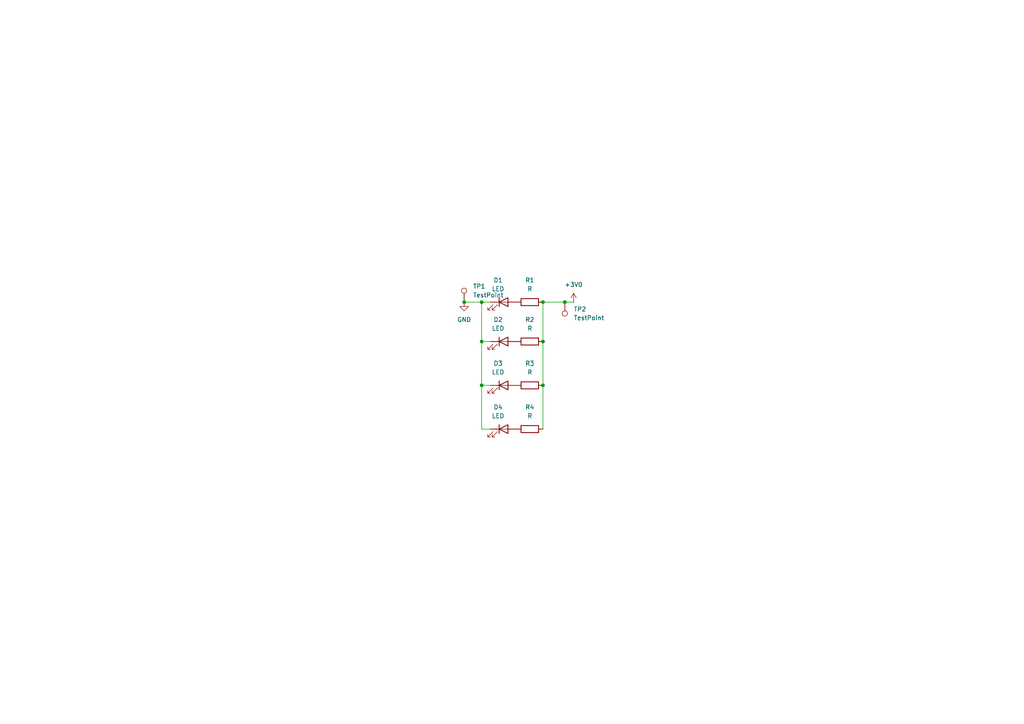
<source format=kicad_sch>
(kicad_sch (version 20231120) (generator "eeschema") (generator_version "8.0")
  (paper "A4")
  (lib_symbols
    (symbol "Connector:TestPoint" (pin_numbers hide) (pin_names (offset 0.762) hide)
      (property "Reference" "TP" (at 0 6.858 0))
      (property "Value" "TestPoint" (at 0 5.08 0))
      (symbol "TestPoint_0_1"
        (circle (center 0 3.302) (radius 0.762))
      )
      (symbol "TestPoint_1_1"
        (pin passive line (at 0 0 90) (length 2.54) (name "1") (number "1"))
      )
    )
    (symbol "Device:LED" (pin_numbers hide) (pin_names (offset 1.016) hide)
      (property "Reference" "D" (at 0 2.54 0))
      (property "Value" "LED" (at 0 -2.54 0))
      (symbol "LED_0_1"
        (polyline (pts (xy -1.27 -1.27) (xy -1.27 1.27)) (stroke (width 0.254)))
        (polyline (pts (xy -1.27 0) (xy 1.27 0)))
        (polyline (pts (xy 1.27 -1.27) (xy 1.27 1.27) (xy -1.27 0) (xy 1.27 -1.27)) (stroke (width 0.254)))
        (polyline (pts (xy -3.048 -0.762) (xy -4.572 -2.286) (xy -3.81 -2.286) (xy -4.572 -2.286) (xy -4.572 -1.524)))
        (polyline (pts (xy -1.778 -0.762) (xy -3.302 -2.286) (xy -2.54 -2.286) (xy -3.302 -2.286) (xy -3.302 -1.524)))
      )
      (symbol "LED_1_1"
        (pin passive line (at -3.81 0 0) (length 2.54) (name "K") (number "1"))
        (pin passive line (at 3.81 0 180) (length 2.54) (name "A") (number "2"))
      )
    )
    (symbol "Device:R" (pin_numbers hide) (pin_names (offset 0))
      (property "Reference" "R" (at 2.032 0 90))
      (property "Value" "R" (at 0 0 90))
      (symbol "R_0_1"
        (rectangle (start -1.016 -2.54) (end 1.016 2.54) (stroke (width 0.254)))
      )
      (symbol "R_1_1"
        (pin passive line (at 0 3.81 270) (length 1.27) (name "~") (number "1"))
        (pin passive line (at 0 -3.81 90) (length 1.27) (name "~") (number "2"))
      )
    )
    (symbol "power:+3V0" (power) (pin_numbers hide) (pin_names (offset 0) hide)
      (property "Value" "+3V0" (at 0 3.556 0))
      (symbol "+3V0_0_1"
        (polyline (pts (xy -0.762 1.27) (xy 0 2.54)))
        (polyline (pts (xy 0 0) (xy 0 2.54)))
        (polyline (pts (xy 0 2.54) (xy 0.762 1.27)))
      )
      (symbol "+3V0_1_1"
        (pin power_in line (at 0 0 90) (length 0) (name "~") (number "1"))
      )
    )
    (symbol "power:GND" (power) (pin_numbers hide) (pin_names (offset 0) hide)
      (property "Value" "GND" (at 0 -3.81 0))
      (symbol "GND_0_1"
        (polyline (pts (xy 0 0) (xy 0 -1.27) (xy 1.27 -1.27) (xy 0 -2.54) (xy -1.27 -1.27) (xy 0 -1.27)))
      )
      (symbol "GND_1_1"
        (pin power_in line (at 0 0 270) (length 0) (name "~") (number "1"))
      )
    )
  )
  (junction (at 139.7 99.06))
  (junction (at 157.48 111.76))
  (junction (at 157.48 87.63))
  (junction (at 139.7 111.76))
  (junction (at 157.48 99.06))
  (junction (at 134.62 87.63))
  (junction (at 163.83 87.63))
  (junction (at 139.7 87.63))
  (wire (pts (xy 157.48 87.63) (xy 163.83 87.63)))
  (wire (pts (xy 139.7 99.06) (xy 139.7 87.63)))
  (wire (pts (xy 142.24 99.06) (xy 139.7 99.06)))
  (wire (pts (xy 139.7 124.46) (xy 139.7 111.76)))
  (wire (pts (xy 142.24 111.76) (xy 139.7 111.76)))
  (wire (pts (xy 134.62 87.63) (xy 139.7 87.63)))
  (wire (pts (xy 142.24 124.46) (xy 139.7 124.46)))
  (wire (pts (xy 157.48 111.76) (xy 157.48 124.46)))
  (wire (pts (xy 139.7 111.76) (xy 139.7 99.06)))
  (wire (pts (xy 139.7 87.63) (xy 142.24 87.63)))
  (wire (pts (xy 157.48 99.06) (xy 157.48 111.76)))
  (wire (pts (xy 157.48 87.63) (xy 157.48 99.06)))
  (wire (pts (xy 163.83 87.63) (xy 166.37 87.63)))
  (symbol (lib_id "Device:R") (at 153.67 124.46 90) (unit 1)
    (property "Reference" "R4" (at 153.67 118.11 90))
    (property "Value" "R" (at 153.67 120.65 90))
    (property "Footprint" "mine:402 jumper" (effects (hide yes)))
    (property "Description" "Resistor" (effects (hide yes)))
  )
  (symbol (lib_id "Device:LED") (at 146.05 111.76 0) (unit 1)
    (property "Reference" "D3" (at 144.4625 105.41 0))
    (property "Value" "LED" (at 144.4625 107.95 0))
    (property "Footprint" "LED_SMD:LED_0402_1005Metric" (effects (hide yes)))
    (property "Description" "Light emitting diode" (effects (hide yes)))
  )
  (symbol (lib_id "Device:R") (at 153.67 99.06 90) (unit 1)
    (property "Reference" "R2" (at 153.67 92.71 90))
    (property "Value" "R" (at 153.67 95.25 90))
    (property "Footprint" "mine:402 jumper" (effects (hide yes)))
    (property "Description" "Resistor" (effects (hide yes)))
  )
  (symbol (lib_id "Device:LED") (at 146.05 87.63 0) (unit 1)
    (property "Reference" "D1" (at 144.4625 81.28 0))
    (property "Value" "LED" (at 144.4625 83.82 0))
    (property "Footprint" "LED_SMD:LED_0402_1005Metric" (effects (hide yes)))
    (property "Description" "Light emitting diode" (effects (hide yes)))
  )
  (symbol (lib_id "Connector:TestPoint") (at 134.62 87.63 0) (unit 1)
    (property "Reference" "TP1" (at 137.16 83.0579 0) (effects (justify left)))
    (property "Value" "TestPoint" (at 137.16 85.5979 0) (effects (justify left)))
    (property "Footprint" "TestPoint:TestPoint_Pad_D1.0mm" (effects (hide yes)))
    (property "Description" "test point" (effects (hide yes)))
  )
  (symbol (lib_id "power:+3V0") (at 166.37 87.63 0) (unit 1)
    (property "Reference" "#PWR01" (effects (hide yes)))
    (property "Value" "+3V0" (at 166.37 82.55 0))
    (property "Description" "Power symbol creates a global label with name \"+3V0\"" (effects (hide yes)))
  )
  (symbol (lib_id "power:GND") (at 134.62 87.63 0) (unit 1)
    (property "Reference" "#PWR02" (effects (hide yes)))
    (property "Value" "GND" (at 134.62 92.71 0))
    (property "Description" "Power symbol creates a global label with name \"GND\" , ground" (effects (hide yes)))
  )
  (symbol (lib_id "Device:R") (at 153.67 87.63 90) (unit 1)
    (property "Reference" "R1" (at 153.67 81.28 90))
    (property "Value" "R" (at 153.67 83.82 90))
    (property "Footprint" "mine:402 jumper" (effects (hide yes)))
    (property "Description" "Resistor" (effects (hide yes)))
  )
  (symbol (lib_id "Device:R") (at 153.67 111.76 90) (unit 1)
    (property "Reference" "R3" (at 153.67 105.41 90))
    (property "Value" "R" (at 153.67 107.95 90))
    (property "Footprint" "mine:402 jumper" (effects (hide yes)))
    (property "Description" "Resistor" (effects (hide yes)))
  )
  (symbol (lib_id "Device:LED") (at 146.05 124.46 0) (unit 1)
    (property "Reference" "D4" (at 144.4625 118.11 0))
    (property "Value" "LED" (at 144.4625 120.65 0))
    (property "Footprint" "LED_SMD:LED_0402_1005Metric" (effects (hide yes)))
    (property "Description" "Light emitting diode" (effects (hide yes)))
  )
  (symbol (lib_id "Connector:TestPoint") (at 163.83 87.63 180) (unit 1)
    (property "Reference" "TP2" (at 166.37 89.6619 0) (effects (justify right)))
    (property "Value" "TestPoint" (at 166.37 92.2019 0) (effects (justify right)))
    (property "Footprint" "TestPoint:TestPoint_Pad_D1.0mm" (effects (hide yes)))
    (property "Description" "test point" (effects (hide yes)))
  )
  (symbol (lib_id "Device:LED") (at 146.05 99.06 0) (unit 1)
    (property "Reference" "D2" (at 144.4625 92.71 0))
    (property "Value" "LED" (at 144.4625 95.25 0))
    (property "Footprint" "LED_SMD:LED_0402_1005Metric" (effects (hide yes)))
    (property "Description" "Light emitting diode" (effects (hide yes)))
  )
)
</source>
